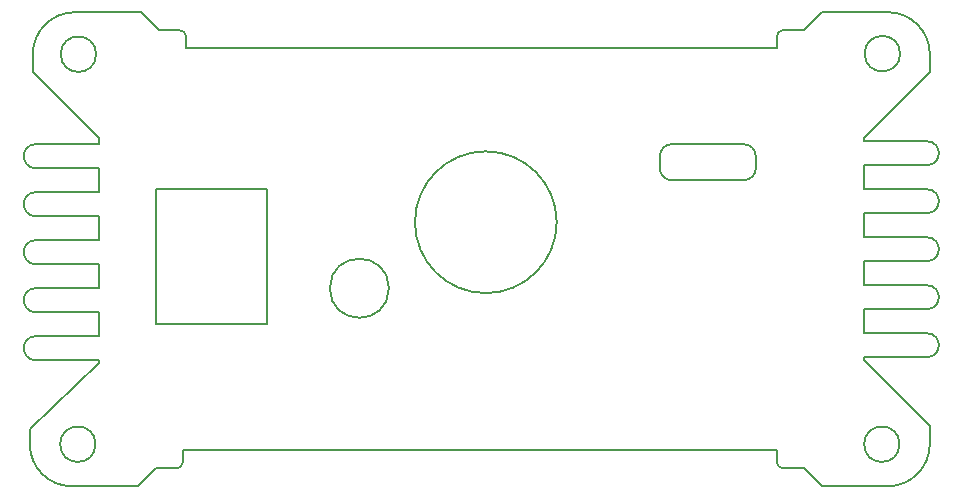
<source format=gbr>
%TF.GenerationSoftware,KiCad,Pcbnew,(5.1.6)-1*%
%TF.CreationDate,2020-11-07T21:14:23+00:00*%
%TF.ProjectId,ninja_iron,6e696e6a-615f-4697-926f-6e2e6b696361,rev?*%
%TF.SameCoordinates,Original*%
%TF.FileFunction,Profile,NP*%
%FSLAX46Y46*%
G04 Gerber Fmt 4.6, Leading zero omitted, Abs format (unit mm)*
G04 Created by KiCad (PCBNEW (5.1.6)-1) date 2020-11-07 21:14:23*
%MOMM*%
%LPD*%
G01*
G04 APERTURE LIST*
%TA.AperFunction,Profile*%
%ADD10C,0.150000*%
%TD*%
%TA.AperFunction,Profile*%
%ADD11C,0.200000*%
%TD*%
G04 APERTURE END LIST*
D10*
X48260000Y-145542000D02*
X54102000Y-139954000D01*
X54102000Y-123444000D02*
X48768000Y-123444000D01*
X121896000Y-146812000D02*
G75*
G03*
X121896000Y-146812000I-1500000J0D01*
G01*
X111506000Y-147320000D02*
X82296000Y-147320000D01*
X54102000Y-121412000D02*
X54102000Y-120904000D01*
X118872000Y-125222000D02*
X124206000Y-125222000D01*
X54102000Y-133604000D02*
X54102000Y-131572000D01*
X48768000Y-133604000D02*
X54102000Y-133604000D01*
X54102000Y-125476000D02*
X54102000Y-123444000D01*
X124460000Y-145288000D02*
X124460000Y-146812000D01*
X54102000Y-129540000D02*
X54102000Y-127508000D01*
X124206000Y-131318000D02*
X118872000Y-131318000D01*
X120904000Y-150368000D02*
X115316000Y-150368000D01*
X54102000Y-131572000D02*
X48768000Y-131572000D01*
X111506000Y-147574000D02*
X111506000Y-147320000D01*
X60706000Y-148844000D02*
X58928000Y-148844000D01*
X124206000Y-139446000D02*
X118872000Y-139446000D01*
X118872000Y-137414000D02*
X124206000Y-137414000D01*
X48768000Y-121412000D02*
X54102000Y-121412000D01*
X48768000Y-125476000D02*
X54102000Y-125476000D01*
X57404000Y-150368000D02*
X51816000Y-150368000D01*
X54102000Y-139954000D02*
X54102000Y-139700000D01*
X58928000Y-148844000D02*
X57404000Y-150368000D01*
X118872000Y-139446000D02*
X118872000Y-139700000D01*
X115316000Y-150368000D02*
X113792000Y-148844000D01*
X124206000Y-127254000D02*
X118872000Y-127254000D01*
X48768000Y-129540000D02*
X54102000Y-129540000D01*
D11*
X101600000Y-122428000D02*
G75*
G02*
X102616000Y-121412000I1016000J0D01*
G01*
D10*
X54102000Y-139700000D02*
X48768000Y-139700000D01*
X118872000Y-127254000D02*
X118872000Y-129286000D01*
D11*
X58928000Y-125222000D02*
X59182000Y-125222000D01*
D10*
X118872000Y-139700000D02*
X124460000Y-145288000D01*
X54102000Y-137668000D02*
X54102000Y-135636000D01*
X51816000Y-150368000D02*
G75*
G02*
X48260000Y-146812000I0J3556000D01*
G01*
X118872000Y-133350000D02*
X124206000Y-133350000D01*
D11*
X68326000Y-125222000D02*
X68326000Y-136652000D01*
X102616000Y-124460000D02*
G75*
G02*
X101600000Y-123444000I0J1016000D01*
G01*
D10*
X54102000Y-127508000D02*
X48768000Y-127508000D01*
X118872000Y-129286000D02*
X124206000Y-129286000D01*
X53824000Y-146812000D02*
G75*
G03*
X53824000Y-146812000I-1500000J0D01*
G01*
D11*
X58928000Y-136652000D02*
X58928000Y-125222000D01*
X108712000Y-121412000D02*
G75*
G02*
X109728000Y-122428000I0J-1016000D01*
G01*
D10*
X118872000Y-131318000D02*
X118872000Y-133350000D01*
X61214000Y-147320000D02*
X61214000Y-148336000D01*
X82296000Y-147320000D02*
X61214000Y-147320000D01*
X118872000Y-123190000D02*
X118872000Y-125222000D01*
X124460000Y-146812000D02*
G75*
G02*
X120904000Y-150368000I-3556000J0D01*
G01*
X48768000Y-137668000D02*
X54102000Y-137668000D01*
X111506000Y-147574000D02*
X111506000Y-148336000D01*
X54102000Y-135636000D02*
X48768000Y-135636000D01*
X124206000Y-123190000D02*
X118872000Y-123190000D01*
D11*
X109728000Y-123444000D02*
G75*
G02*
X108712000Y-124460000I-1016000J0D01*
G01*
X105664000Y-124460000D02*
X102616000Y-124460000D01*
D10*
X124206000Y-125222000D02*
G75*
G02*
X124206000Y-127254000I0J-1016000D01*
G01*
X48768000Y-131572000D02*
G75*
G02*
X48768000Y-129540000I0J1016000D01*
G01*
X61214000Y-148336000D02*
G75*
G02*
X60706000Y-148844000I-508000J0D01*
G01*
X124206000Y-129286000D02*
G75*
G02*
X124206000Y-131318000I0J-1016000D01*
G01*
D11*
X109728000Y-123444000D02*
X109728000Y-122428000D01*
X108712000Y-124460000D02*
X105664000Y-124460000D01*
D10*
X124206000Y-121158000D02*
G75*
G02*
X124206000Y-123190000I0J-1016000D01*
G01*
D11*
X101600000Y-122428000D02*
X101600000Y-123444000D01*
X105664000Y-121412000D02*
X108712000Y-121412000D01*
D10*
X48768000Y-139700000D02*
G75*
G02*
X48768000Y-137668000I0J1016000D01*
G01*
X124206000Y-133350000D02*
G75*
G02*
X124206000Y-135382000I0J-1016000D01*
G01*
X112014000Y-148844000D02*
G75*
G02*
X111506000Y-148336000I0J508000D01*
G01*
X118872000Y-135382000D02*
X118872000Y-137414000D01*
X124206000Y-137414000D02*
G75*
G02*
X124206000Y-139446000I0J-1016000D01*
G01*
X61468000Y-113284000D02*
X111506000Y-113284000D01*
D11*
X59182000Y-125222000D02*
X68326000Y-125222000D01*
D10*
X48768000Y-127508000D02*
G75*
G02*
X48768000Y-125476000I0J1016000D01*
G01*
D11*
X92868000Y-128016000D02*
G75*
G03*
X92868000Y-128016000I-6000000J0D01*
G01*
D10*
X48768000Y-123444000D02*
G75*
G02*
X48768000Y-121412000I0J1016000D01*
G01*
X48260000Y-146812000D02*
X48260000Y-145542000D01*
X48768000Y-135636000D02*
G75*
G02*
X48768000Y-133604000I0J1016000D01*
G01*
D11*
X59436000Y-136652000D02*
X58928000Y-136652000D01*
D10*
X124206000Y-135382000D02*
X118872000Y-135382000D01*
D11*
X102616000Y-121412000D02*
X105664000Y-121412000D01*
X78660000Y-133604000D02*
G75*
G03*
X78660000Y-133604000I-2500000J0D01*
G01*
X68326000Y-136652000D02*
X59436000Y-136652000D01*
D10*
X112014000Y-148844000D02*
X113792000Y-148844000D01*
X115316000Y-110236000D02*
X120904000Y-110236000D01*
X118872000Y-120904000D02*
X118872000Y-121158000D01*
X48514000Y-115316000D02*
X48514000Y-113792000D01*
X52070000Y-110236000D02*
X57658000Y-110236000D01*
X124460000Y-113792000D02*
X124460000Y-115316000D01*
X118872000Y-120904000D02*
X118872000Y-120900000D01*
X111506000Y-112268000D02*
G75*
G02*
X112014000Y-111760000I508000J0D01*
G01*
X118872000Y-121158000D02*
X124206000Y-121158000D01*
X48514000Y-113792000D02*
G75*
G02*
X52070000Y-110236000I3556000J0D01*
G01*
X124460000Y-115316000D02*
X118872000Y-120904000D01*
X111506000Y-113284000D02*
X111506000Y-112268000D01*
X120904000Y-110236000D02*
G75*
G02*
X124460000Y-113792000I0J-3556000D01*
G01*
X54102000Y-120904000D02*
X48514000Y-115316000D01*
X59182000Y-111760000D02*
X60960000Y-111760000D01*
X121944000Y-113744000D02*
G75*
G03*
X121944000Y-113744000I-1500000J0D01*
G01*
X60960000Y-111760000D02*
G75*
G02*
X61468000Y-112268000I0J-508000D01*
G01*
X112014000Y-111760000D02*
X113538000Y-111760000D01*
X113538000Y-111760000D02*
X113792000Y-111760000D01*
X53872000Y-113792000D02*
G75*
G03*
X53872000Y-113792000I-1500000J0D01*
G01*
X61468000Y-112268000D02*
X61468000Y-113284000D01*
X57658000Y-110236000D02*
X59182000Y-111760000D01*
X113792000Y-111760000D02*
X115316000Y-110236000D01*
M02*

</source>
